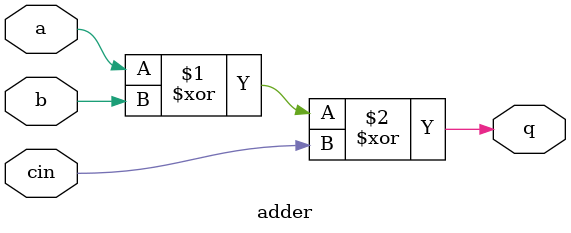
<source format=v>
module adder(
	input a,
	input b,
	input cin,
	
	output q
);

assign q = a ^ b ^ cin;

endmodule

</source>
